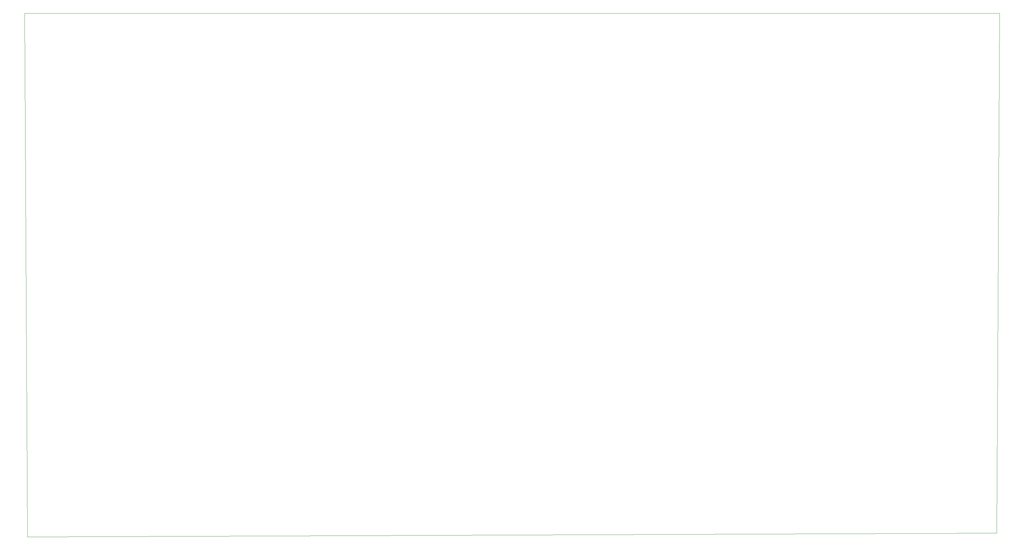
<source format=gm1>
G04 #@! TF.GenerationSoftware,KiCad,Pcbnew,8.0.1-rc1*
G04 #@! TF.CreationDate,2024-09-01T13:52:46-05:00*
G04 #@! TF.ProjectId,PauseSwitch,50617573-6553-4776-9974-63682e6b6963,rev?*
G04 #@! TF.SameCoordinates,Original*
G04 #@! TF.FileFunction,Profile,NP*
%FSLAX46Y46*%
G04 Gerber Fmt 4.6, Leading zero omitted, Abs format (unit mm)*
G04 Created by KiCad (PCBNEW 8.0.1-rc1) date 2024-09-01 13:52:46*
%MOMM*%
%LPD*%
G01*
G04 APERTURE LIST*
G04 #@! TA.AperFunction,Profile*
%ADD10C,0.050000*%
G04 #@! TD*
G04 APERTURE END LIST*
D10*
X279250000Y-17000000D02*
X278500000Y-157000000D01*
X278500000Y-157000000D02*
X17500000Y-158000000D01*
X16750000Y-17000000D02*
X17500000Y-158000000D01*
X16750000Y-17000000D02*
X279250000Y-17000000D01*
M02*

</source>
